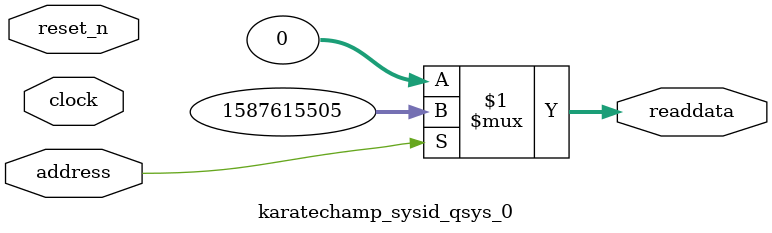
<source format=v>



// synthesis translate_off
`timescale 1ns / 1ps
// synthesis translate_on

// turn off superfluous verilog processor warnings 
// altera message_level Level1 
// altera message_off 10034 10035 10036 10037 10230 10240 10030 

module karatechamp_sysid_qsys_0 (
               // inputs:
                address,
                clock,
                reset_n,

               // outputs:
                readdata
             )
;

  output  [ 31: 0] readdata;
  input            address;
  input            clock;
  input            reset_n;

  wire    [ 31: 0] readdata;
  //control_slave, which is an e_avalon_slave
  assign readdata = address ? 1587615505 : 0;

endmodule



</source>
